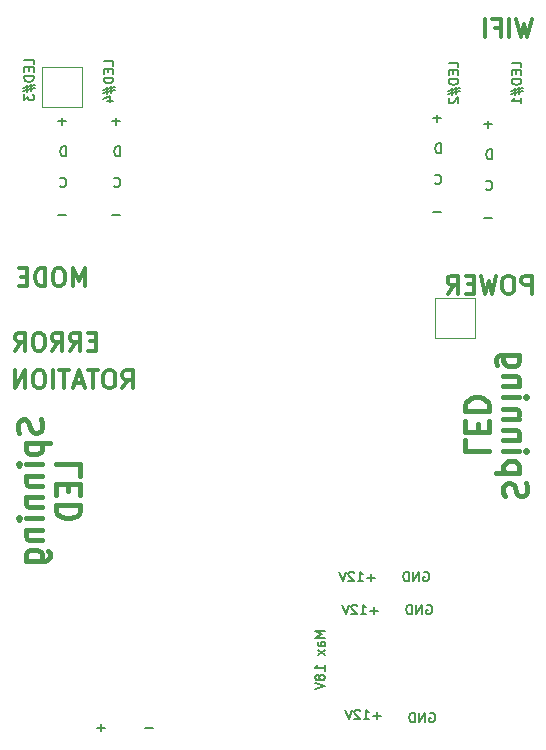
<source format=gbo>
%TF.GenerationSoftware,KiCad,Pcbnew,7.0.1*%
%TF.CreationDate,2023-06-05T22:57:50+02:00*%
%TF.ProjectId,AxisPCB-STM32F411,41786973-5043-4422-9d53-544d33324634,1*%
%TF.SameCoordinates,Original*%
%TF.FileFunction,Legend,Bot*%
%TF.FilePolarity,Positive*%
%FSLAX46Y46*%
G04 Gerber Fmt 4.6, Leading zero omitted, Abs format (unit mm)*
G04 Created by KiCad (PCBNEW 7.0.1) date 2023-06-05 22:57:50*
%MOMM*%
%LPD*%
G01*
G04 APERTURE LIST*
%ADD10C,0.400000*%
%ADD11C,0.304800*%
%ADD12C,0.152400*%
%ADD13C,0.120000*%
%ADD14C,5.600000*%
%ADD15C,3.600000*%
%ADD16R,1.980000X3.960000*%
%ADD17O,1.980000X3.960000*%
%ADD18R,2.000000X2.000000*%
%ADD19C,2.000000*%
%ADD20R,1.700000X1.700000*%
%ADD21O,1.700000X1.700000*%
%ADD22O,2.000000X1.600000*%
%ADD23R,1.800000X1.800000*%
%ADD24C,1.800000*%
%ADD25R,3.000000X3.000000*%
G04 APERTURE END LIST*
D10*
X156615000Y-76024619D02*
X156519761Y-75738905D01*
X156519761Y-75738905D02*
X156519761Y-75262714D01*
X156519761Y-75262714D02*
X156615000Y-75072238D01*
X156615000Y-75072238D02*
X156710238Y-74977000D01*
X156710238Y-74977000D02*
X156900714Y-74881762D01*
X156900714Y-74881762D02*
X157091190Y-74881762D01*
X157091190Y-74881762D02*
X157281666Y-74977000D01*
X157281666Y-74977000D02*
X157376904Y-75072238D01*
X157376904Y-75072238D02*
X157472142Y-75262714D01*
X157472142Y-75262714D02*
X157567380Y-75643667D01*
X157567380Y-75643667D02*
X157662619Y-75834143D01*
X157662619Y-75834143D02*
X157757857Y-75929381D01*
X157757857Y-75929381D02*
X157948333Y-76024619D01*
X157948333Y-76024619D02*
X158138809Y-76024619D01*
X158138809Y-76024619D02*
X158329285Y-75929381D01*
X158329285Y-75929381D02*
X158424523Y-75834143D01*
X158424523Y-75834143D02*
X158519761Y-75643667D01*
X158519761Y-75643667D02*
X158519761Y-75167476D01*
X158519761Y-75167476D02*
X158424523Y-74881762D01*
X157853095Y-74024619D02*
X155853095Y-74024619D01*
X157757857Y-74024619D02*
X157853095Y-73834143D01*
X157853095Y-73834143D02*
X157853095Y-73453190D01*
X157853095Y-73453190D02*
X157757857Y-73262714D01*
X157757857Y-73262714D02*
X157662619Y-73167476D01*
X157662619Y-73167476D02*
X157472142Y-73072238D01*
X157472142Y-73072238D02*
X156900714Y-73072238D01*
X156900714Y-73072238D02*
X156710238Y-73167476D01*
X156710238Y-73167476D02*
X156615000Y-73262714D01*
X156615000Y-73262714D02*
X156519761Y-73453190D01*
X156519761Y-73453190D02*
X156519761Y-73834143D01*
X156519761Y-73834143D02*
X156615000Y-74024619D01*
X156519761Y-72215095D02*
X157853095Y-72215095D01*
X158519761Y-72215095D02*
X158424523Y-72310333D01*
X158424523Y-72310333D02*
X158329285Y-72215095D01*
X158329285Y-72215095D02*
X158424523Y-72119857D01*
X158424523Y-72119857D02*
X158519761Y-72215095D01*
X158519761Y-72215095D02*
X158329285Y-72215095D01*
X157853095Y-71262714D02*
X156519761Y-71262714D01*
X157662619Y-71262714D02*
X157757857Y-71167476D01*
X157757857Y-71167476D02*
X157853095Y-70977000D01*
X157853095Y-70977000D02*
X157853095Y-70691285D01*
X157853095Y-70691285D02*
X157757857Y-70500809D01*
X157757857Y-70500809D02*
X157567380Y-70405571D01*
X157567380Y-70405571D02*
X156519761Y-70405571D01*
X157853095Y-69453190D02*
X156519761Y-69453190D01*
X157662619Y-69453190D02*
X157757857Y-69357952D01*
X157757857Y-69357952D02*
X157853095Y-69167476D01*
X157853095Y-69167476D02*
X157853095Y-68881761D01*
X157853095Y-68881761D02*
X157757857Y-68691285D01*
X157757857Y-68691285D02*
X157567380Y-68596047D01*
X157567380Y-68596047D02*
X156519761Y-68596047D01*
X156519761Y-67643666D02*
X157853095Y-67643666D01*
X158519761Y-67643666D02*
X158424523Y-67738904D01*
X158424523Y-67738904D02*
X158329285Y-67643666D01*
X158329285Y-67643666D02*
X158424523Y-67548428D01*
X158424523Y-67548428D02*
X158519761Y-67643666D01*
X158519761Y-67643666D02*
X158329285Y-67643666D01*
X157853095Y-66691285D02*
X156519761Y-66691285D01*
X157662619Y-66691285D02*
X157757857Y-66596047D01*
X157757857Y-66596047D02*
X157853095Y-66405571D01*
X157853095Y-66405571D02*
X157853095Y-66119856D01*
X157853095Y-66119856D02*
X157757857Y-65929380D01*
X157757857Y-65929380D02*
X157567380Y-65834142D01*
X157567380Y-65834142D02*
X156519761Y-65834142D01*
X157853095Y-64024618D02*
X156234047Y-64024618D01*
X156234047Y-64024618D02*
X156043571Y-64119856D01*
X156043571Y-64119856D02*
X155948333Y-64215094D01*
X155948333Y-64215094D02*
X155853095Y-64405571D01*
X155853095Y-64405571D02*
X155853095Y-64691285D01*
X155853095Y-64691285D02*
X155948333Y-64881761D01*
X156615000Y-64024618D02*
X156519761Y-64215094D01*
X156519761Y-64215094D02*
X156519761Y-64596047D01*
X156519761Y-64596047D02*
X156615000Y-64786523D01*
X156615000Y-64786523D02*
X156710238Y-64881761D01*
X156710238Y-64881761D02*
X156900714Y-64976999D01*
X156900714Y-64976999D02*
X157472142Y-64976999D01*
X157472142Y-64976999D02*
X157662619Y-64881761D01*
X157662619Y-64881761D02*
X157757857Y-64786523D01*
X157757857Y-64786523D02*
X157853095Y-64596047D01*
X157853095Y-64596047D02*
X157853095Y-64215094D01*
X157853095Y-64215094D02*
X157757857Y-64024618D01*
X153279761Y-71262714D02*
X153279761Y-72215095D01*
X153279761Y-72215095D02*
X155279761Y-72215095D01*
X154327380Y-70596047D02*
X154327380Y-69929380D01*
X153279761Y-69643666D02*
X153279761Y-70596047D01*
X153279761Y-70596047D02*
X155279761Y-70596047D01*
X155279761Y-70596047D02*
X155279761Y-69643666D01*
X153279761Y-68786523D02*
X155279761Y-68786523D01*
X155279761Y-68786523D02*
X155279761Y-68310333D01*
X155279761Y-68310333D02*
X155184523Y-68024618D01*
X155184523Y-68024618D02*
X154994047Y-67834142D01*
X154994047Y-67834142D02*
X154803571Y-67738904D01*
X154803571Y-67738904D02*
X154422619Y-67643666D01*
X154422619Y-67643666D02*
X154136904Y-67643666D01*
X154136904Y-67643666D02*
X153755952Y-67738904D01*
X153755952Y-67738904D02*
X153565476Y-67834142D01*
X153565476Y-67834142D02*
X153375000Y-68024618D01*
X153375000Y-68024618D02*
X153279761Y-68310333D01*
X153279761Y-68310333D02*
X153279761Y-68786523D01*
X117324000Y-69517380D02*
X117419238Y-69803094D01*
X117419238Y-69803094D02*
X117419238Y-70279285D01*
X117419238Y-70279285D02*
X117324000Y-70469761D01*
X117324000Y-70469761D02*
X117228761Y-70564999D01*
X117228761Y-70564999D02*
X117038285Y-70660237D01*
X117038285Y-70660237D02*
X116847809Y-70660237D01*
X116847809Y-70660237D02*
X116657333Y-70564999D01*
X116657333Y-70564999D02*
X116562095Y-70469761D01*
X116562095Y-70469761D02*
X116466857Y-70279285D01*
X116466857Y-70279285D02*
X116371619Y-69898332D01*
X116371619Y-69898332D02*
X116276380Y-69707856D01*
X116276380Y-69707856D02*
X116181142Y-69612618D01*
X116181142Y-69612618D02*
X115990666Y-69517380D01*
X115990666Y-69517380D02*
X115800190Y-69517380D01*
X115800190Y-69517380D02*
X115609714Y-69612618D01*
X115609714Y-69612618D02*
X115514476Y-69707856D01*
X115514476Y-69707856D02*
X115419238Y-69898332D01*
X115419238Y-69898332D02*
X115419238Y-70374523D01*
X115419238Y-70374523D02*
X115514476Y-70660237D01*
X116085904Y-71517380D02*
X118085904Y-71517380D01*
X116181142Y-71517380D02*
X116085904Y-71707856D01*
X116085904Y-71707856D02*
X116085904Y-72088809D01*
X116085904Y-72088809D02*
X116181142Y-72279285D01*
X116181142Y-72279285D02*
X116276380Y-72374523D01*
X116276380Y-72374523D02*
X116466857Y-72469761D01*
X116466857Y-72469761D02*
X117038285Y-72469761D01*
X117038285Y-72469761D02*
X117228761Y-72374523D01*
X117228761Y-72374523D02*
X117324000Y-72279285D01*
X117324000Y-72279285D02*
X117419238Y-72088809D01*
X117419238Y-72088809D02*
X117419238Y-71707856D01*
X117419238Y-71707856D02*
X117324000Y-71517380D01*
X117419238Y-73326904D02*
X116085904Y-73326904D01*
X115419238Y-73326904D02*
X115514476Y-73231666D01*
X115514476Y-73231666D02*
X115609714Y-73326904D01*
X115609714Y-73326904D02*
X115514476Y-73422142D01*
X115514476Y-73422142D02*
X115419238Y-73326904D01*
X115419238Y-73326904D02*
X115609714Y-73326904D01*
X116085904Y-74279285D02*
X117419238Y-74279285D01*
X116276380Y-74279285D02*
X116181142Y-74374523D01*
X116181142Y-74374523D02*
X116085904Y-74564999D01*
X116085904Y-74564999D02*
X116085904Y-74850714D01*
X116085904Y-74850714D02*
X116181142Y-75041190D01*
X116181142Y-75041190D02*
X116371619Y-75136428D01*
X116371619Y-75136428D02*
X117419238Y-75136428D01*
X116085904Y-76088809D02*
X117419238Y-76088809D01*
X116276380Y-76088809D02*
X116181142Y-76184047D01*
X116181142Y-76184047D02*
X116085904Y-76374523D01*
X116085904Y-76374523D02*
X116085904Y-76660238D01*
X116085904Y-76660238D02*
X116181142Y-76850714D01*
X116181142Y-76850714D02*
X116371619Y-76945952D01*
X116371619Y-76945952D02*
X117419238Y-76945952D01*
X117419238Y-77898333D02*
X116085904Y-77898333D01*
X115419238Y-77898333D02*
X115514476Y-77803095D01*
X115514476Y-77803095D02*
X115609714Y-77898333D01*
X115609714Y-77898333D02*
X115514476Y-77993571D01*
X115514476Y-77993571D02*
X115419238Y-77898333D01*
X115419238Y-77898333D02*
X115609714Y-77898333D01*
X116085904Y-78850714D02*
X117419238Y-78850714D01*
X116276380Y-78850714D02*
X116181142Y-78945952D01*
X116181142Y-78945952D02*
X116085904Y-79136428D01*
X116085904Y-79136428D02*
X116085904Y-79422143D01*
X116085904Y-79422143D02*
X116181142Y-79612619D01*
X116181142Y-79612619D02*
X116371619Y-79707857D01*
X116371619Y-79707857D02*
X117419238Y-79707857D01*
X116085904Y-81517381D02*
X117704952Y-81517381D01*
X117704952Y-81517381D02*
X117895428Y-81422143D01*
X117895428Y-81422143D02*
X117990666Y-81326905D01*
X117990666Y-81326905D02*
X118085904Y-81136428D01*
X118085904Y-81136428D02*
X118085904Y-80850714D01*
X118085904Y-80850714D02*
X117990666Y-80660238D01*
X117324000Y-81517381D02*
X117419238Y-81326905D01*
X117419238Y-81326905D02*
X117419238Y-80945952D01*
X117419238Y-80945952D02*
X117324000Y-80755476D01*
X117324000Y-80755476D02*
X117228761Y-80660238D01*
X117228761Y-80660238D02*
X117038285Y-80565000D01*
X117038285Y-80565000D02*
X116466857Y-80565000D01*
X116466857Y-80565000D02*
X116276380Y-80660238D01*
X116276380Y-80660238D02*
X116181142Y-80755476D01*
X116181142Y-80755476D02*
X116085904Y-80945952D01*
X116085904Y-80945952D02*
X116085904Y-81326905D01*
X116085904Y-81326905D02*
X116181142Y-81517381D01*
X120659238Y-74279285D02*
X120659238Y-73326904D01*
X120659238Y-73326904D02*
X118659238Y-73326904D01*
X119611619Y-74945952D02*
X119611619Y-75612619D01*
X120659238Y-75898333D02*
X120659238Y-74945952D01*
X120659238Y-74945952D02*
X118659238Y-74945952D01*
X118659238Y-74945952D02*
X118659238Y-75898333D01*
X120659238Y-76755476D02*
X118659238Y-76755476D01*
X118659238Y-76755476D02*
X118659238Y-77231666D01*
X118659238Y-77231666D02*
X118754476Y-77517381D01*
X118754476Y-77517381D02*
X118944952Y-77707857D01*
X118944952Y-77707857D02*
X119135428Y-77803095D01*
X119135428Y-77803095D02*
X119516380Y-77898333D01*
X119516380Y-77898333D02*
X119802095Y-77898333D01*
X119802095Y-77898333D02*
X120183047Y-77803095D01*
X120183047Y-77803095D02*
X120373523Y-77707857D01*
X120373523Y-77707857D02*
X120564000Y-77517381D01*
X120564000Y-77517381D02*
X120659238Y-77231666D01*
X120659238Y-77231666D02*
X120659238Y-76755476D01*
D11*
X158895142Y-58868491D02*
X158895142Y-57344491D01*
X158895142Y-57344491D02*
X158314571Y-57344491D01*
X158314571Y-57344491D02*
X158169428Y-57417062D01*
X158169428Y-57417062D02*
X158096857Y-57489634D01*
X158096857Y-57489634D02*
X158024285Y-57634777D01*
X158024285Y-57634777D02*
X158024285Y-57852491D01*
X158024285Y-57852491D02*
X158096857Y-57997634D01*
X158096857Y-57997634D02*
X158169428Y-58070205D01*
X158169428Y-58070205D02*
X158314571Y-58142777D01*
X158314571Y-58142777D02*
X158895142Y-58142777D01*
X157080857Y-57344491D02*
X156790571Y-57344491D01*
X156790571Y-57344491D02*
X156645428Y-57417062D01*
X156645428Y-57417062D02*
X156500285Y-57562205D01*
X156500285Y-57562205D02*
X156427714Y-57852491D01*
X156427714Y-57852491D02*
X156427714Y-58360491D01*
X156427714Y-58360491D02*
X156500285Y-58650777D01*
X156500285Y-58650777D02*
X156645428Y-58795920D01*
X156645428Y-58795920D02*
X156790571Y-58868491D01*
X156790571Y-58868491D02*
X157080857Y-58868491D01*
X157080857Y-58868491D02*
X157226000Y-58795920D01*
X157226000Y-58795920D02*
X157371142Y-58650777D01*
X157371142Y-58650777D02*
X157443714Y-58360491D01*
X157443714Y-58360491D02*
X157443714Y-57852491D01*
X157443714Y-57852491D02*
X157371142Y-57562205D01*
X157371142Y-57562205D02*
X157226000Y-57417062D01*
X157226000Y-57417062D02*
X157080857Y-57344491D01*
X155919714Y-57344491D02*
X155556857Y-58868491D01*
X155556857Y-58868491D02*
X155266571Y-57779920D01*
X155266571Y-57779920D02*
X154976286Y-58868491D01*
X154976286Y-58868491D02*
X154613429Y-57344491D01*
X154032857Y-58070205D02*
X153524857Y-58070205D01*
X153307143Y-58868491D02*
X154032857Y-58868491D01*
X154032857Y-58868491D02*
X154032857Y-57344491D01*
X154032857Y-57344491D02*
X153307143Y-57344491D01*
X151783143Y-58868491D02*
X152291143Y-58142777D01*
X152654000Y-58868491D02*
X152654000Y-57344491D01*
X152654000Y-57344491D02*
X152073429Y-57344491D01*
X152073429Y-57344491D02*
X151928286Y-57417062D01*
X151928286Y-57417062D02*
X151855715Y-57489634D01*
X151855715Y-57489634D02*
X151783143Y-57634777D01*
X151783143Y-57634777D02*
X151783143Y-57852491D01*
X151783143Y-57852491D02*
X151855715Y-57997634D01*
X151855715Y-57997634D02*
X151928286Y-58070205D01*
X151928286Y-58070205D02*
X152073429Y-58142777D01*
X152073429Y-58142777D02*
X152654000Y-58142777D01*
D12*
X152681528Y-39696571D02*
X152681528Y-39309523D01*
X152681528Y-39309523D02*
X151868728Y-39309523D01*
X152255776Y-39967504D02*
X152255776Y-40238438D01*
X152681528Y-40354552D02*
X152681528Y-39967504D01*
X152681528Y-39967504D02*
X151868728Y-39967504D01*
X151868728Y-39967504D02*
X151868728Y-40354552D01*
X152681528Y-40702894D02*
X151868728Y-40702894D01*
X151868728Y-40702894D02*
X151868728Y-40896418D01*
X151868728Y-40896418D02*
X151907433Y-41012532D01*
X151907433Y-41012532D02*
X151984843Y-41089942D01*
X151984843Y-41089942D02*
X152062252Y-41128647D01*
X152062252Y-41128647D02*
X152217071Y-41167351D01*
X152217071Y-41167351D02*
X152333185Y-41167351D01*
X152333185Y-41167351D02*
X152488004Y-41128647D01*
X152488004Y-41128647D02*
X152565414Y-41089942D01*
X152565414Y-41089942D02*
X152642824Y-41012532D01*
X152642824Y-41012532D02*
X152681528Y-40896418D01*
X152681528Y-40896418D02*
X152681528Y-40702894D01*
X152139662Y-41476990D02*
X152139662Y-42057561D01*
X151791319Y-41709218D02*
X152836347Y-41476990D01*
X152488004Y-41980151D02*
X152488004Y-41399580D01*
X152836347Y-41747923D02*
X151791319Y-41980151D01*
X151946138Y-42289790D02*
X151907433Y-42328494D01*
X151907433Y-42328494D02*
X151868728Y-42405904D01*
X151868728Y-42405904D02*
X151868728Y-42599428D01*
X151868728Y-42599428D02*
X151907433Y-42676837D01*
X151907433Y-42676837D02*
X151946138Y-42715542D01*
X151946138Y-42715542D02*
X152023547Y-42754247D01*
X152023547Y-42754247D02*
X152100957Y-42754247D01*
X152100957Y-42754247D02*
X152217071Y-42715542D01*
X152217071Y-42715542D02*
X152681528Y-42251085D01*
X152681528Y-42251085D02*
X152681528Y-42754247D01*
X158015528Y-39696571D02*
X158015528Y-39309523D01*
X158015528Y-39309523D02*
X157202728Y-39309523D01*
X157589776Y-39967504D02*
X157589776Y-40238438D01*
X158015528Y-40354552D02*
X158015528Y-39967504D01*
X158015528Y-39967504D02*
X157202728Y-39967504D01*
X157202728Y-39967504D02*
X157202728Y-40354552D01*
X158015528Y-40702894D02*
X157202728Y-40702894D01*
X157202728Y-40702894D02*
X157202728Y-40896418D01*
X157202728Y-40896418D02*
X157241433Y-41012532D01*
X157241433Y-41012532D02*
X157318843Y-41089942D01*
X157318843Y-41089942D02*
X157396252Y-41128647D01*
X157396252Y-41128647D02*
X157551071Y-41167351D01*
X157551071Y-41167351D02*
X157667185Y-41167351D01*
X157667185Y-41167351D02*
X157822004Y-41128647D01*
X157822004Y-41128647D02*
X157899414Y-41089942D01*
X157899414Y-41089942D02*
X157976824Y-41012532D01*
X157976824Y-41012532D02*
X158015528Y-40896418D01*
X158015528Y-40896418D02*
X158015528Y-40702894D01*
X157473662Y-41476990D02*
X157473662Y-42057561D01*
X157125319Y-41709218D02*
X158170347Y-41476990D01*
X157822004Y-41980151D02*
X157822004Y-41399580D01*
X158170347Y-41747923D02*
X157125319Y-41980151D01*
X158015528Y-42754247D02*
X158015528Y-42289790D01*
X158015528Y-42522018D02*
X157202728Y-42522018D01*
X157202728Y-42522018D02*
X157318843Y-42444609D01*
X157318843Y-42444609D02*
X157396252Y-42367199D01*
X157396252Y-42367199D02*
X157434957Y-42289790D01*
X123471528Y-39569571D02*
X123471528Y-39182523D01*
X123471528Y-39182523D02*
X122658728Y-39182523D01*
X123045776Y-39840504D02*
X123045776Y-40111438D01*
X123471528Y-40227552D02*
X123471528Y-39840504D01*
X123471528Y-39840504D02*
X122658728Y-39840504D01*
X122658728Y-39840504D02*
X122658728Y-40227552D01*
X123471528Y-40575894D02*
X122658728Y-40575894D01*
X122658728Y-40575894D02*
X122658728Y-40769418D01*
X122658728Y-40769418D02*
X122697433Y-40885532D01*
X122697433Y-40885532D02*
X122774843Y-40962942D01*
X122774843Y-40962942D02*
X122852252Y-41001647D01*
X122852252Y-41001647D02*
X123007071Y-41040351D01*
X123007071Y-41040351D02*
X123123185Y-41040351D01*
X123123185Y-41040351D02*
X123278004Y-41001647D01*
X123278004Y-41001647D02*
X123355414Y-40962942D01*
X123355414Y-40962942D02*
X123432824Y-40885532D01*
X123432824Y-40885532D02*
X123471528Y-40769418D01*
X123471528Y-40769418D02*
X123471528Y-40575894D01*
X122929662Y-41349990D02*
X122929662Y-41930561D01*
X122581319Y-41582218D02*
X123626347Y-41349990D01*
X123278004Y-41853151D02*
X123278004Y-41272580D01*
X123626347Y-41620923D02*
X122581319Y-41853151D01*
X122929662Y-42549837D02*
X123471528Y-42549837D01*
X122620024Y-42356313D02*
X123200595Y-42162790D01*
X123200595Y-42162790D02*
X123200595Y-42665951D01*
X116740528Y-39442571D02*
X116740528Y-39055523D01*
X116740528Y-39055523D02*
X115927728Y-39055523D01*
X116314776Y-39713504D02*
X116314776Y-39984438D01*
X116740528Y-40100552D02*
X116740528Y-39713504D01*
X116740528Y-39713504D02*
X115927728Y-39713504D01*
X115927728Y-39713504D02*
X115927728Y-40100552D01*
X116740528Y-40448894D02*
X115927728Y-40448894D01*
X115927728Y-40448894D02*
X115927728Y-40642418D01*
X115927728Y-40642418D02*
X115966433Y-40758532D01*
X115966433Y-40758532D02*
X116043843Y-40835942D01*
X116043843Y-40835942D02*
X116121252Y-40874647D01*
X116121252Y-40874647D02*
X116276071Y-40913351D01*
X116276071Y-40913351D02*
X116392185Y-40913351D01*
X116392185Y-40913351D02*
X116547004Y-40874647D01*
X116547004Y-40874647D02*
X116624414Y-40835942D01*
X116624414Y-40835942D02*
X116701824Y-40758532D01*
X116701824Y-40758532D02*
X116740528Y-40642418D01*
X116740528Y-40642418D02*
X116740528Y-40448894D01*
X116198662Y-41222990D02*
X116198662Y-41803561D01*
X115850319Y-41455218D02*
X116895347Y-41222990D01*
X116547004Y-41726151D02*
X116547004Y-41145580D01*
X116895347Y-41493923D02*
X115850319Y-41726151D01*
X115927728Y-41997085D02*
X115927728Y-42500247D01*
X115927728Y-42500247D02*
X116237366Y-42229313D01*
X116237366Y-42229313D02*
X116237366Y-42345428D01*
X116237366Y-42345428D02*
X116276071Y-42422837D01*
X116276071Y-42422837D02*
X116314776Y-42461542D01*
X116314776Y-42461542D02*
X116392185Y-42500247D01*
X116392185Y-42500247D02*
X116585709Y-42500247D01*
X116585709Y-42500247D02*
X116663119Y-42461542D01*
X116663119Y-42461542D02*
X116701824Y-42422837D01*
X116701824Y-42422837D02*
X116740528Y-42345428D01*
X116740528Y-42345428D02*
X116740528Y-42113199D01*
X116740528Y-42113199D02*
X116701824Y-42035790D01*
X116701824Y-42035790D02*
X116663119Y-41997085D01*
X141378528Y-87442523D02*
X140565728Y-87442523D01*
X140565728Y-87442523D02*
X141146300Y-87713457D01*
X141146300Y-87713457D02*
X140565728Y-87984390D01*
X140565728Y-87984390D02*
X141378528Y-87984390D01*
X141378528Y-88719780D02*
X140952776Y-88719780D01*
X140952776Y-88719780D02*
X140875366Y-88681075D01*
X140875366Y-88681075D02*
X140836662Y-88603666D01*
X140836662Y-88603666D02*
X140836662Y-88448847D01*
X140836662Y-88448847D02*
X140875366Y-88371437D01*
X141339824Y-88719780D02*
X141378528Y-88642371D01*
X141378528Y-88642371D02*
X141378528Y-88448847D01*
X141378528Y-88448847D02*
X141339824Y-88371437D01*
X141339824Y-88371437D02*
X141262414Y-88332733D01*
X141262414Y-88332733D02*
X141185004Y-88332733D01*
X141185004Y-88332733D02*
X141107595Y-88371437D01*
X141107595Y-88371437D02*
X141068890Y-88448847D01*
X141068890Y-88448847D02*
X141068890Y-88642371D01*
X141068890Y-88642371D02*
X141030185Y-88719780D01*
X141378528Y-89029418D02*
X140836662Y-89455170D01*
X140836662Y-89029418D02*
X141378528Y-89455170D01*
X141378528Y-90809837D02*
X141378528Y-90345380D01*
X141378528Y-90577608D02*
X140565728Y-90577608D01*
X140565728Y-90577608D02*
X140681843Y-90500199D01*
X140681843Y-90500199D02*
X140759252Y-90422789D01*
X140759252Y-90422789D02*
X140797957Y-90345380D01*
X140914071Y-91274294D02*
X140875366Y-91196884D01*
X140875366Y-91196884D02*
X140836662Y-91158179D01*
X140836662Y-91158179D02*
X140759252Y-91119475D01*
X140759252Y-91119475D02*
X140720547Y-91119475D01*
X140720547Y-91119475D02*
X140643138Y-91158179D01*
X140643138Y-91158179D02*
X140604433Y-91196884D01*
X140604433Y-91196884D02*
X140565728Y-91274294D01*
X140565728Y-91274294D02*
X140565728Y-91429113D01*
X140565728Y-91429113D02*
X140604433Y-91506522D01*
X140604433Y-91506522D02*
X140643138Y-91545227D01*
X140643138Y-91545227D02*
X140720547Y-91583932D01*
X140720547Y-91583932D02*
X140759252Y-91583932D01*
X140759252Y-91583932D02*
X140836662Y-91545227D01*
X140836662Y-91545227D02*
X140875366Y-91506522D01*
X140875366Y-91506522D02*
X140914071Y-91429113D01*
X140914071Y-91429113D02*
X140914071Y-91274294D01*
X140914071Y-91274294D02*
X140952776Y-91196884D01*
X140952776Y-91196884D02*
X140991481Y-91158179D01*
X140991481Y-91158179D02*
X141068890Y-91119475D01*
X141068890Y-91119475D02*
X141223709Y-91119475D01*
X141223709Y-91119475D02*
X141301119Y-91158179D01*
X141301119Y-91158179D02*
X141339824Y-91196884D01*
X141339824Y-91196884D02*
X141378528Y-91274294D01*
X141378528Y-91274294D02*
X141378528Y-91429113D01*
X141378528Y-91429113D02*
X141339824Y-91506522D01*
X141339824Y-91506522D02*
X141301119Y-91545227D01*
X141301119Y-91545227D02*
X141223709Y-91583932D01*
X141223709Y-91583932D02*
X141068890Y-91583932D01*
X141068890Y-91583932D02*
X140991481Y-91545227D01*
X140991481Y-91545227D02*
X140952776Y-91506522D01*
X140952776Y-91506522D02*
X140914071Y-91429113D01*
X140565728Y-91816160D02*
X141378528Y-92087093D01*
X141378528Y-92087093D02*
X140565728Y-92358027D01*
D11*
X158913285Y-35627491D02*
X158550428Y-37151491D01*
X158550428Y-37151491D02*
X158260142Y-36062920D01*
X158260142Y-36062920D02*
X157969857Y-37151491D01*
X157969857Y-37151491D02*
X157607000Y-35627491D01*
X157026428Y-37151491D02*
X157026428Y-35627491D01*
X155792714Y-36353205D02*
X156300714Y-36353205D01*
X156300714Y-37151491D02*
X156300714Y-35627491D01*
X156300714Y-35627491D02*
X155575000Y-35627491D01*
X154994428Y-37151491D02*
X154994428Y-35627491D01*
D12*
X151190476Y-44014474D02*
X150571200Y-44014474D01*
X150880838Y-44324112D02*
X150880838Y-43704836D01*
X151190476Y-46957584D02*
X151190476Y-46144784D01*
X151190476Y-46144784D02*
X150996952Y-46144784D01*
X150996952Y-46144784D02*
X150880838Y-46183489D01*
X150880838Y-46183489D02*
X150803428Y-46260899D01*
X150803428Y-46260899D02*
X150764723Y-46338308D01*
X150764723Y-46338308D02*
X150726019Y-46493127D01*
X150726019Y-46493127D02*
X150726019Y-46609241D01*
X150726019Y-46609241D02*
X150764723Y-46764060D01*
X150764723Y-46764060D02*
X150803428Y-46841470D01*
X150803428Y-46841470D02*
X150880838Y-46918880D01*
X150880838Y-46918880D02*
X150996952Y-46957584D01*
X150996952Y-46957584D02*
X151190476Y-46957584D01*
X150726019Y-49513647D02*
X150764723Y-49552352D01*
X150764723Y-49552352D02*
X150880838Y-49591056D01*
X150880838Y-49591056D02*
X150958247Y-49591056D01*
X150958247Y-49591056D02*
X151074361Y-49552352D01*
X151074361Y-49552352D02*
X151151771Y-49474942D01*
X151151771Y-49474942D02*
X151190476Y-49397532D01*
X151190476Y-49397532D02*
X151229180Y-49242713D01*
X151229180Y-49242713D02*
X151229180Y-49126599D01*
X151229180Y-49126599D02*
X151190476Y-48971780D01*
X151190476Y-48971780D02*
X151151771Y-48894371D01*
X151151771Y-48894371D02*
X151074361Y-48816961D01*
X151074361Y-48816961D02*
X150958247Y-48778256D01*
X150958247Y-48778256D02*
X150880838Y-48778256D01*
X150880838Y-48778256D02*
X150764723Y-48816961D01*
X150764723Y-48816961D02*
X150726019Y-48855666D01*
X151190476Y-51914890D02*
X150571200Y-51914890D01*
X124012476Y-44268474D02*
X123393200Y-44268474D01*
X123702838Y-44578112D02*
X123702838Y-43958836D01*
X124012476Y-47211584D02*
X124012476Y-46398784D01*
X124012476Y-46398784D02*
X123818952Y-46398784D01*
X123818952Y-46398784D02*
X123702838Y-46437489D01*
X123702838Y-46437489D02*
X123625428Y-46514899D01*
X123625428Y-46514899D02*
X123586723Y-46592308D01*
X123586723Y-46592308D02*
X123548019Y-46747127D01*
X123548019Y-46747127D02*
X123548019Y-46863241D01*
X123548019Y-46863241D02*
X123586723Y-47018060D01*
X123586723Y-47018060D02*
X123625428Y-47095470D01*
X123625428Y-47095470D02*
X123702838Y-47172880D01*
X123702838Y-47172880D02*
X123818952Y-47211584D01*
X123818952Y-47211584D02*
X124012476Y-47211584D01*
X123548019Y-49767647D02*
X123586723Y-49806352D01*
X123586723Y-49806352D02*
X123702838Y-49845056D01*
X123702838Y-49845056D02*
X123780247Y-49845056D01*
X123780247Y-49845056D02*
X123896361Y-49806352D01*
X123896361Y-49806352D02*
X123973771Y-49728942D01*
X123973771Y-49728942D02*
X124012476Y-49651532D01*
X124012476Y-49651532D02*
X124051180Y-49496713D01*
X124051180Y-49496713D02*
X124051180Y-49380599D01*
X124051180Y-49380599D02*
X124012476Y-49225780D01*
X124012476Y-49225780D02*
X123973771Y-49148371D01*
X123973771Y-49148371D02*
X123896361Y-49070961D01*
X123896361Y-49070961D02*
X123780247Y-49032256D01*
X123780247Y-49032256D02*
X123702838Y-49032256D01*
X123702838Y-49032256D02*
X123586723Y-49070961D01*
X123586723Y-49070961D02*
X123548019Y-49109666D01*
X124012476Y-52168890D02*
X123393200Y-52168890D01*
X119440476Y-44268474D02*
X118821200Y-44268474D01*
X119130838Y-44578112D02*
X119130838Y-43958836D01*
X119440476Y-47211584D02*
X119440476Y-46398784D01*
X119440476Y-46398784D02*
X119246952Y-46398784D01*
X119246952Y-46398784D02*
X119130838Y-46437489D01*
X119130838Y-46437489D02*
X119053428Y-46514899D01*
X119053428Y-46514899D02*
X119014723Y-46592308D01*
X119014723Y-46592308D02*
X118976019Y-46747127D01*
X118976019Y-46747127D02*
X118976019Y-46863241D01*
X118976019Y-46863241D02*
X119014723Y-47018060D01*
X119014723Y-47018060D02*
X119053428Y-47095470D01*
X119053428Y-47095470D02*
X119130838Y-47172880D01*
X119130838Y-47172880D02*
X119246952Y-47211584D01*
X119246952Y-47211584D02*
X119440476Y-47211584D01*
X118976019Y-49767647D02*
X119014723Y-49806352D01*
X119014723Y-49806352D02*
X119130838Y-49845056D01*
X119130838Y-49845056D02*
X119208247Y-49845056D01*
X119208247Y-49845056D02*
X119324361Y-49806352D01*
X119324361Y-49806352D02*
X119401771Y-49728942D01*
X119401771Y-49728942D02*
X119440476Y-49651532D01*
X119440476Y-49651532D02*
X119479180Y-49496713D01*
X119479180Y-49496713D02*
X119479180Y-49380599D01*
X119479180Y-49380599D02*
X119440476Y-49225780D01*
X119440476Y-49225780D02*
X119401771Y-49148371D01*
X119401771Y-49148371D02*
X119324361Y-49070961D01*
X119324361Y-49070961D02*
X119208247Y-49032256D01*
X119208247Y-49032256D02*
X119130838Y-49032256D01*
X119130838Y-49032256D02*
X119014723Y-49070961D01*
X119014723Y-49070961D02*
X118976019Y-49109666D01*
X119440476Y-52168890D02*
X118821200Y-52168890D01*
X155508476Y-44522474D02*
X154889200Y-44522474D01*
X155198838Y-44832112D02*
X155198838Y-44212836D01*
X155508476Y-47465584D02*
X155508476Y-46652784D01*
X155508476Y-46652784D02*
X155314952Y-46652784D01*
X155314952Y-46652784D02*
X155198838Y-46691489D01*
X155198838Y-46691489D02*
X155121428Y-46768899D01*
X155121428Y-46768899D02*
X155082723Y-46846308D01*
X155082723Y-46846308D02*
X155044019Y-47001127D01*
X155044019Y-47001127D02*
X155044019Y-47117241D01*
X155044019Y-47117241D02*
X155082723Y-47272060D01*
X155082723Y-47272060D02*
X155121428Y-47349470D01*
X155121428Y-47349470D02*
X155198838Y-47426880D01*
X155198838Y-47426880D02*
X155314952Y-47465584D01*
X155314952Y-47465584D02*
X155508476Y-47465584D01*
X155044019Y-50021647D02*
X155082723Y-50060352D01*
X155082723Y-50060352D02*
X155198838Y-50099056D01*
X155198838Y-50099056D02*
X155276247Y-50099056D01*
X155276247Y-50099056D02*
X155392361Y-50060352D01*
X155392361Y-50060352D02*
X155469771Y-49982942D01*
X155469771Y-49982942D02*
X155508476Y-49905532D01*
X155508476Y-49905532D02*
X155547180Y-49750713D01*
X155547180Y-49750713D02*
X155547180Y-49634599D01*
X155547180Y-49634599D02*
X155508476Y-49479780D01*
X155508476Y-49479780D02*
X155469771Y-49402371D01*
X155469771Y-49402371D02*
X155392361Y-49324961D01*
X155392361Y-49324961D02*
X155276247Y-49286256D01*
X155276247Y-49286256D02*
X155198838Y-49286256D01*
X155198838Y-49286256D02*
X155082723Y-49324961D01*
X155082723Y-49324961D02*
X155044019Y-49363666D01*
X155508476Y-52422890D02*
X154889200Y-52422890D01*
X126806476Y-95602890D02*
X126187200Y-95602890D01*
X122742476Y-95602890D02*
X122123200Y-95602890D01*
X122432838Y-95912528D02*
X122432838Y-95293252D01*
X150256723Y-94376433D02*
X150334133Y-94337728D01*
X150334133Y-94337728D02*
X150450247Y-94337728D01*
X150450247Y-94337728D02*
X150566361Y-94376433D01*
X150566361Y-94376433D02*
X150643771Y-94453843D01*
X150643771Y-94453843D02*
X150682476Y-94531252D01*
X150682476Y-94531252D02*
X150721180Y-94686071D01*
X150721180Y-94686071D02*
X150721180Y-94802185D01*
X150721180Y-94802185D02*
X150682476Y-94957004D01*
X150682476Y-94957004D02*
X150643771Y-95034414D01*
X150643771Y-95034414D02*
X150566361Y-95111824D01*
X150566361Y-95111824D02*
X150450247Y-95150528D01*
X150450247Y-95150528D02*
X150372838Y-95150528D01*
X150372838Y-95150528D02*
X150256723Y-95111824D01*
X150256723Y-95111824D02*
X150218019Y-95073119D01*
X150218019Y-95073119D02*
X150218019Y-94802185D01*
X150218019Y-94802185D02*
X150372838Y-94802185D01*
X149869676Y-95150528D02*
X149869676Y-94337728D01*
X149869676Y-94337728D02*
X149405219Y-95150528D01*
X149405219Y-95150528D02*
X149405219Y-94337728D01*
X149018171Y-95150528D02*
X149018171Y-94337728D01*
X149018171Y-94337728D02*
X148824647Y-94337728D01*
X148824647Y-94337728D02*
X148708533Y-94376433D01*
X148708533Y-94376433D02*
X148631123Y-94453843D01*
X148631123Y-94453843D02*
X148592418Y-94531252D01*
X148592418Y-94531252D02*
X148553714Y-94686071D01*
X148553714Y-94686071D02*
X148553714Y-94802185D01*
X148553714Y-94802185D02*
X148592418Y-94957004D01*
X148592418Y-94957004D02*
X148631123Y-95034414D01*
X148631123Y-95034414D02*
X148708533Y-95111824D01*
X148708533Y-95111824D02*
X148824647Y-95150528D01*
X148824647Y-95150528D02*
X149018171Y-95150528D01*
X149748723Y-82438433D02*
X149826133Y-82399728D01*
X149826133Y-82399728D02*
X149942247Y-82399728D01*
X149942247Y-82399728D02*
X150058361Y-82438433D01*
X150058361Y-82438433D02*
X150135771Y-82515843D01*
X150135771Y-82515843D02*
X150174476Y-82593252D01*
X150174476Y-82593252D02*
X150213180Y-82748071D01*
X150213180Y-82748071D02*
X150213180Y-82864185D01*
X150213180Y-82864185D02*
X150174476Y-83019004D01*
X150174476Y-83019004D02*
X150135771Y-83096414D01*
X150135771Y-83096414D02*
X150058361Y-83173824D01*
X150058361Y-83173824D02*
X149942247Y-83212528D01*
X149942247Y-83212528D02*
X149864838Y-83212528D01*
X149864838Y-83212528D02*
X149748723Y-83173824D01*
X149748723Y-83173824D02*
X149710019Y-83135119D01*
X149710019Y-83135119D02*
X149710019Y-82864185D01*
X149710019Y-82864185D02*
X149864838Y-82864185D01*
X149361676Y-83212528D02*
X149361676Y-82399728D01*
X149361676Y-82399728D02*
X148897219Y-83212528D01*
X148897219Y-83212528D02*
X148897219Y-82399728D01*
X148510171Y-83212528D02*
X148510171Y-82399728D01*
X148510171Y-82399728D02*
X148316647Y-82399728D01*
X148316647Y-82399728D02*
X148200533Y-82438433D01*
X148200533Y-82438433D02*
X148123123Y-82515843D01*
X148123123Y-82515843D02*
X148084418Y-82593252D01*
X148084418Y-82593252D02*
X148045714Y-82748071D01*
X148045714Y-82748071D02*
X148045714Y-82864185D01*
X148045714Y-82864185D02*
X148084418Y-83019004D01*
X148084418Y-83019004D02*
X148123123Y-83096414D01*
X148123123Y-83096414D02*
X148200533Y-83173824D01*
X148200533Y-83173824D02*
X148316647Y-83212528D01*
X148316647Y-83212528D02*
X148510171Y-83212528D01*
X150002723Y-85232433D02*
X150080133Y-85193728D01*
X150080133Y-85193728D02*
X150196247Y-85193728D01*
X150196247Y-85193728D02*
X150312361Y-85232433D01*
X150312361Y-85232433D02*
X150389771Y-85309843D01*
X150389771Y-85309843D02*
X150428476Y-85387252D01*
X150428476Y-85387252D02*
X150467180Y-85542071D01*
X150467180Y-85542071D02*
X150467180Y-85658185D01*
X150467180Y-85658185D02*
X150428476Y-85813004D01*
X150428476Y-85813004D02*
X150389771Y-85890414D01*
X150389771Y-85890414D02*
X150312361Y-85967824D01*
X150312361Y-85967824D02*
X150196247Y-86006528D01*
X150196247Y-86006528D02*
X150118838Y-86006528D01*
X150118838Y-86006528D02*
X150002723Y-85967824D01*
X150002723Y-85967824D02*
X149964019Y-85929119D01*
X149964019Y-85929119D02*
X149964019Y-85658185D01*
X149964019Y-85658185D02*
X150118838Y-85658185D01*
X149615676Y-86006528D02*
X149615676Y-85193728D01*
X149615676Y-85193728D02*
X149151219Y-86006528D01*
X149151219Y-86006528D02*
X149151219Y-85193728D01*
X148764171Y-86006528D02*
X148764171Y-85193728D01*
X148764171Y-85193728D02*
X148570647Y-85193728D01*
X148570647Y-85193728D02*
X148454533Y-85232433D01*
X148454533Y-85232433D02*
X148377123Y-85309843D01*
X148377123Y-85309843D02*
X148338418Y-85387252D01*
X148338418Y-85387252D02*
X148299714Y-85542071D01*
X148299714Y-85542071D02*
X148299714Y-85658185D01*
X148299714Y-85658185D02*
X148338418Y-85813004D01*
X148338418Y-85813004D02*
X148377123Y-85890414D01*
X148377123Y-85890414D02*
X148454533Y-85967824D01*
X148454533Y-85967824D02*
X148570647Y-86006528D01*
X148570647Y-86006528D02*
X148764171Y-86006528D01*
X145602476Y-82902890D02*
X144983200Y-82902890D01*
X145292838Y-83212528D02*
X145292838Y-82593252D01*
X144170399Y-83212528D02*
X144634856Y-83212528D01*
X144402628Y-83212528D02*
X144402628Y-82399728D01*
X144402628Y-82399728D02*
X144480037Y-82515843D01*
X144480037Y-82515843D02*
X144557447Y-82593252D01*
X144557447Y-82593252D02*
X144634856Y-82631957D01*
X143860761Y-82477138D02*
X143822057Y-82438433D01*
X143822057Y-82438433D02*
X143744647Y-82399728D01*
X143744647Y-82399728D02*
X143551123Y-82399728D01*
X143551123Y-82399728D02*
X143473714Y-82438433D01*
X143473714Y-82438433D02*
X143435009Y-82477138D01*
X143435009Y-82477138D02*
X143396304Y-82554547D01*
X143396304Y-82554547D02*
X143396304Y-82631957D01*
X143396304Y-82631957D02*
X143435009Y-82748071D01*
X143435009Y-82748071D02*
X143899466Y-83212528D01*
X143899466Y-83212528D02*
X143396304Y-83212528D01*
X143164076Y-82399728D02*
X142893143Y-83212528D01*
X142893143Y-83212528D02*
X142622209Y-82399728D01*
X145856476Y-85696890D02*
X145237200Y-85696890D01*
X145546838Y-86006528D02*
X145546838Y-85387252D01*
X144424399Y-86006528D02*
X144888856Y-86006528D01*
X144656628Y-86006528D02*
X144656628Y-85193728D01*
X144656628Y-85193728D02*
X144734037Y-85309843D01*
X144734037Y-85309843D02*
X144811447Y-85387252D01*
X144811447Y-85387252D02*
X144888856Y-85425957D01*
X144114761Y-85271138D02*
X144076057Y-85232433D01*
X144076057Y-85232433D02*
X143998647Y-85193728D01*
X143998647Y-85193728D02*
X143805123Y-85193728D01*
X143805123Y-85193728D02*
X143727714Y-85232433D01*
X143727714Y-85232433D02*
X143689009Y-85271138D01*
X143689009Y-85271138D02*
X143650304Y-85348547D01*
X143650304Y-85348547D02*
X143650304Y-85425957D01*
X143650304Y-85425957D02*
X143689009Y-85542071D01*
X143689009Y-85542071D02*
X144153466Y-86006528D01*
X144153466Y-86006528D02*
X143650304Y-86006528D01*
X143418076Y-85193728D02*
X143147143Y-86006528D01*
X143147143Y-86006528D02*
X142876209Y-85193728D01*
X146110476Y-94586890D02*
X145491200Y-94586890D01*
X145800838Y-94896528D02*
X145800838Y-94277252D01*
X144678399Y-94896528D02*
X145142856Y-94896528D01*
X144910628Y-94896528D02*
X144910628Y-94083728D01*
X144910628Y-94083728D02*
X144988037Y-94199843D01*
X144988037Y-94199843D02*
X145065447Y-94277252D01*
X145065447Y-94277252D02*
X145142856Y-94315957D01*
X144368761Y-94161138D02*
X144330057Y-94122433D01*
X144330057Y-94122433D02*
X144252647Y-94083728D01*
X144252647Y-94083728D02*
X144059123Y-94083728D01*
X144059123Y-94083728D02*
X143981714Y-94122433D01*
X143981714Y-94122433D02*
X143943009Y-94161138D01*
X143943009Y-94161138D02*
X143904304Y-94238547D01*
X143904304Y-94238547D02*
X143904304Y-94315957D01*
X143904304Y-94315957D02*
X143943009Y-94432071D01*
X143943009Y-94432071D02*
X144407466Y-94896528D01*
X144407466Y-94896528D02*
X143904304Y-94896528D01*
X143672076Y-94083728D02*
X143401143Y-94896528D01*
X143401143Y-94896528D02*
X143130209Y-94083728D01*
D11*
X121049142Y-58233491D02*
X121049142Y-56709491D01*
X121049142Y-56709491D02*
X120541142Y-57798062D01*
X120541142Y-57798062D02*
X120033142Y-56709491D01*
X120033142Y-56709491D02*
X120033142Y-58233491D01*
X119017143Y-56709491D02*
X118726857Y-56709491D01*
X118726857Y-56709491D02*
X118581714Y-56782062D01*
X118581714Y-56782062D02*
X118436571Y-56927205D01*
X118436571Y-56927205D02*
X118364000Y-57217491D01*
X118364000Y-57217491D02*
X118364000Y-57725491D01*
X118364000Y-57725491D02*
X118436571Y-58015777D01*
X118436571Y-58015777D02*
X118581714Y-58160920D01*
X118581714Y-58160920D02*
X118726857Y-58233491D01*
X118726857Y-58233491D02*
X119017143Y-58233491D01*
X119017143Y-58233491D02*
X119162286Y-58160920D01*
X119162286Y-58160920D02*
X119307428Y-58015777D01*
X119307428Y-58015777D02*
X119380000Y-57725491D01*
X119380000Y-57725491D02*
X119380000Y-57217491D01*
X119380000Y-57217491D02*
X119307428Y-56927205D01*
X119307428Y-56927205D02*
X119162286Y-56782062D01*
X119162286Y-56782062D02*
X119017143Y-56709491D01*
X117710857Y-58233491D02*
X117710857Y-56709491D01*
X117710857Y-56709491D02*
X117348000Y-56709491D01*
X117348000Y-56709491D02*
X117130286Y-56782062D01*
X117130286Y-56782062D02*
X116985143Y-56927205D01*
X116985143Y-56927205D02*
X116912572Y-57072348D01*
X116912572Y-57072348D02*
X116840000Y-57362634D01*
X116840000Y-57362634D02*
X116840000Y-57580348D01*
X116840000Y-57580348D02*
X116912572Y-57870634D01*
X116912572Y-57870634D02*
X116985143Y-58015777D01*
X116985143Y-58015777D02*
X117130286Y-58160920D01*
X117130286Y-58160920D02*
X117348000Y-58233491D01*
X117348000Y-58233491D02*
X117710857Y-58233491D01*
X116186857Y-57435205D02*
X115678857Y-57435205D01*
X115461143Y-58233491D02*
X116186857Y-58233491D01*
X116186857Y-58233491D02*
X116186857Y-56709491D01*
X116186857Y-56709491D02*
X115461143Y-56709491D01*
X122039642Y-62896205D02*
X121531642Y-62896205D01*
X121313928Y-63694491D02*
X122039642Y-63694491D01*
X122039642Y-63694491D02*
X122039642Y-62170491D01*
X122039642Y-62170491D02*
X121313928Y-62170491D01*
X119789928Y-63694491D02*
X120297928Y-62968777D01*
X120660785Y-63694491D02*
X120660785Y-62170491D01*
X120660785Y-62170491D02*
X120080214Y-62170491D01*
X120080214Y-62170491D02*
X119935071Y-62243062D01*
X119935071Y-62243062D02*
X119862500Y-62315634D01*
X119862500Y-62315634D02*
X119789928Y-62460777D01*
X119789928Y-62460777D02*
X119789928Y-62678491D01*
X119789928Y-62678491D02*
X119862500Y-62823634D01*
X119862500Y-62823634D02*
X119935071Y-62896205D01*
X119935071Y-62896205D02*
X120080214Y-62968777D01*
X120080214Y-62968777D02*
X120660785Y-62968777D01*
X118265928Y-63694491D02*
X118773928Y-62968777D01*
X119136785Y-63694491D02*
X119136785Y-62170491D01*
X119136785Y-62170491D02*
X118556214Y-62170491D01*
X118556214Y-62170491D02*
X118411071Y-62243062D01*
X118411071Y-62243062D02*
X118338500Y-62315634D01*
X118338500Y-62315634D02*
X118265928Y-62460777D01*
X118265928Y-62460777D02*
X118265928Y-62678491D01*
X118265928Y-62678491D02*
X118338500Y-62823634D01*
X118338500Y-62823634D02*
X118411071Y-62896205D01*
X118411071Y-62896205D02*
X118556214Y-62968777D01*
X118556214Y-62968777D02*
X119136785Y-62968777D01*
X117322500Y-62170491D02*
X117032214Y-62170491D01*
X117032214Y-62170491D02*
X116887071Y-62243062D01*
X116887071Y-62243062D02*
X116741928Y-62388205D01*
X116741928Y-62388205D02*
X116669357Y-62678491D01*
X116669357Y-62678491D02*
X116669357Y-63186491D01*
X116669357Y-63186491D02*
X116741928Y-63476777D01*
X116741928Y-63476777D02*
X116887071Y-63621920D01*
X116887071Y-63621920D02*
X117032214Y-63694491D01*
X117032214Y-63694491D02*
X117322500Y-63694491D01*
X117322500Y-63694491D02*
X117467643Y-63621920D01*
X117467643Y-63621920D02*
X117612785Y-63476777D01*
X117612785Y-63476777D02*
X117685357Y-63186491D01*
X117685357Y-63186491D02*
X117685357Y-62678491D01*
X117685357Y-62678491D02*
X117612785Y-62388205D01*
X117612785Y-62388205D02*
X117467643Y-62243062D01*
X117467643Y-62243062D02*
X117322500Y-62170491D01*
X115145357Y-63694491D02*
X115653357Y-62968777D01*
X116016214Y-63694491D02*
X116016214Y-62170491D01*
X116016214Y-62170491D02*
X115435643Y-62170491D01*
X115435643Y-62170491D02*
X115290500Y-62243062D01*
X115290500Y-62243062D02*
X115217929Y-62315634D01*
X115217929Y-62315634D02*
X115145357Y-62460777D01*
X115145357Y-62460777D02*
X115145357Y-62678491D01*
X115145357Y-62678491D02*
X115217929Y-62823634D01*
X115217929Y-62823634D02*
X115290500Y-62896205D01*
X115290500Y-62896205D02*
X115435643Y-62968777D01*
X115435643Y-62968777D02*
X116016214Y-62968777D01*
X124242285Y-66869491D02*
X124750285Y-66143777D01*
X125113142Y-66869491D02*
X125113142Y-65345491D01*
X125113142Y-65345491D02*
X124532571Y-65345491D01*
X124532571Y-65345491D02*
X124387428Y-65418062D01*
X124387428Y-65418062D02*
X124314857Y-65490634D01*
X124314857Y-65490634D02*
X124242285Y-65635777D01*
X124242285Y-65635777D02*
X124242285Y-65853491D01*
X124242285Y-65853491D02*
X124314857Y-65998634D01*
X124314857Y-65998634D02*
X124387428Y-66071205D01*
X124387428Y-66071205D02*
X124532571Y-66143777D01*
X124532571Y-66143777D02*
X125113142Y-66143777D01*
X123298857Y-65345491D02*
X123008571Y-65345491D01*
X123008571Y-65345491D02*
X122863428Y-65418062D01*
X122863428Y-65418062D02*
X122718285Y-65563205D01*
X122718285Y-65563205D02*
X122645714Y-65853491D01*
X122645714Y-65853491D02*
X122645714Y-66361491D01*
X122645714Y-66361491D02*
X122718285Y-66651777D01*
X122718285Y-66651777D02*
X122863428Y-66796920D01*
X122863428Y-66796920D02*
X123008571Y-66869491D01*
X123008571Y-66869491D02*
X123298857Y-66869491D01*
X123298857Y-66869491D02*
X123444000Y-66796920D01*
X123444000Y-66796920D02*
X123589142Y-66651777D01*
X123589142Y-66651777D02*
X123661714Y-66361491D01*
X123661714Y-66361491D02*
X123661714Y-65853491D01*
X123661714Y-65853491D02*
X123589142Y-65563205D01*
X123589142Y-65563205D02*
X123444000Y-65418062D01*
X123444000Y-65418062D02*
X123298857Y-65345491D01*
X122210286Y-65345491D02*
X121339429Y-65345491D01*
X121774857Y-66869491D02*
X121774857Y-65345491D01*
X120904000Y-66434062D02*
X120178286Y-66434062D01*
X121049143Y-66869491D02*
X120541143Y-65345491D01*
X120541143Y-65345491D02*
X120033143Y-66869491D01*
X119742857Y-65345491D02*
X118872000Y-65345491D01*
X119307428Y-66869491D02*
X119307428Y-65345491D01*
X118363999Y-66869491D02*
X118363999Y-65345491D01*
X117348000Y-65345491D02*
X117057714Y-65345491D01*
X117057714Y-65345491D02*
X116912571Y-65418062D01*
X116912571Y-65418062D02*
X116767428Y-65563205D01*
X116767428Y-65563205D02*
X116694857Y-65853491D01*
X116694857Y-65853491D02*
X116694857Y-66361491D01*
X116694857Y-66361491D02*
X116767428Y-66651777D01*
X116767428Y-66651777D02*
X116912571Y-66796920D01*
X116912571Y-66796920D02*
X117057714Y-66869491D01*
X117057714Y-66869491D02*
X117348000Y-66869491D01*
X117348000Y-66869491D02*
X117493143Y-66796920D01*
X117493143Y-66796920D02*
X117638285Y-66651777D01*
X117638285Y-66651777D02*
X117710857Y-66361491D01*
X117710857Y-66361491D02*
X117710857Y-65853491D01*
X117710857Y-65853491D02*
X117638285Y-65563205D01*
X117638285Y-65563205D02*
X117493143Y-65418062D01*
X117493143Y-65418062D02*
X117348000Y-65345491D01*
X116041714Y-66869491D02*
X116041714Y-65345491D01*
X116041714Y-65345491D02*
X115170857Y-66869491D01*
X115170857Y-66869491D02*
X115170857Y-65345491D01*
D13*
X120826000Y-43102000D02*
X120826000Y-39702000D01*
X120826000Y-39702000D02*
X117426000Y-39702000D01*
X117426000Y-43102000D02*
X120826000Y-43102000D01*
X117426000Y-39702000D02*
X117426000Y-43102000D01*
X154100000Y-62660000D02*
X154100000Y-59260000D01*
X154100000Y-59260000D02*
X150700000Y-59260000D01*
X150700000Y-62660000D02*
X154100000Y-62660000D01*
X150700000Y-59260000D02*
X150700000Y-62660000D01*
%LPC*%
D14*
X156210000Y-30480000D03*
D15*
X156210000Y-30480000D03*
D16*
X144428000Y-90424000D03*
D17*
X149428000Y-90424000D03*
D18*
X152153323Y-78740000D03*
D19*
X157153323Y-78740000D03*
D20*
X121600000Y-44450000D03*
D21*
X121600000Y-46990000D03*
X121600000Y-49530000D03*
X121600000Y-52070000D03*
D15*
X156210000Y-92710000D03*
D14*
X156210000Y-92710000D03*
D18*
X125730000Y-27178000D03*
D22*
X125730000Y-29718000D03*
X125730000Y-32258000D03*
X125730000Y-34798000D03*
X125730000Y-37338000D03*
X125730000Y-39878000D03*
X125730000Y-42418000D03*
X125730000Y-44958000D03*
X148590000Y-44958000D03*
X148590000Y-42418000D03*
X148590000Y-39878000D03*
X148590000Y-37338000D03*
X148590000Y-34798000D03*
X148590000Y-32258000D03*
X148590000Y-29718000D03*
X148590000Y-27178000D03*
D20*
X157480000Y-44450000D03*
D21*
X157480000Y-46990000D03*
X157480000Y-49530000D03*
X157480000Y-52070000D03*
D20*
X117094000Y-44450000D03*
D21*
X117094000Y-46990000D03*
X117094000Y-49530000D03*
X117094000Y-52070000D03*
D23*
X123185000Y-93726000D03*
D24*
X125725000Y-93726000D03*
D18*
X122052477Y-84302600D03*
D19*
X117052477Y-84302600D03*
D15*
X118110000Y-92710000D03*
D14*
X118110000Y-92710000D03*
D15*
X118110000Y-30480000D03*
D14*
X118110000Y-30480000D03*
D20*
X153035000Y-44450000D03*
D21*
X153035000Y-46990000D03*
X153035000Y-49530000D03*
X153035000Y-52070000D03*
D25*
X119126000Y-41402000D03*
X152400000Y-60960000D03*
M02*

</source>
